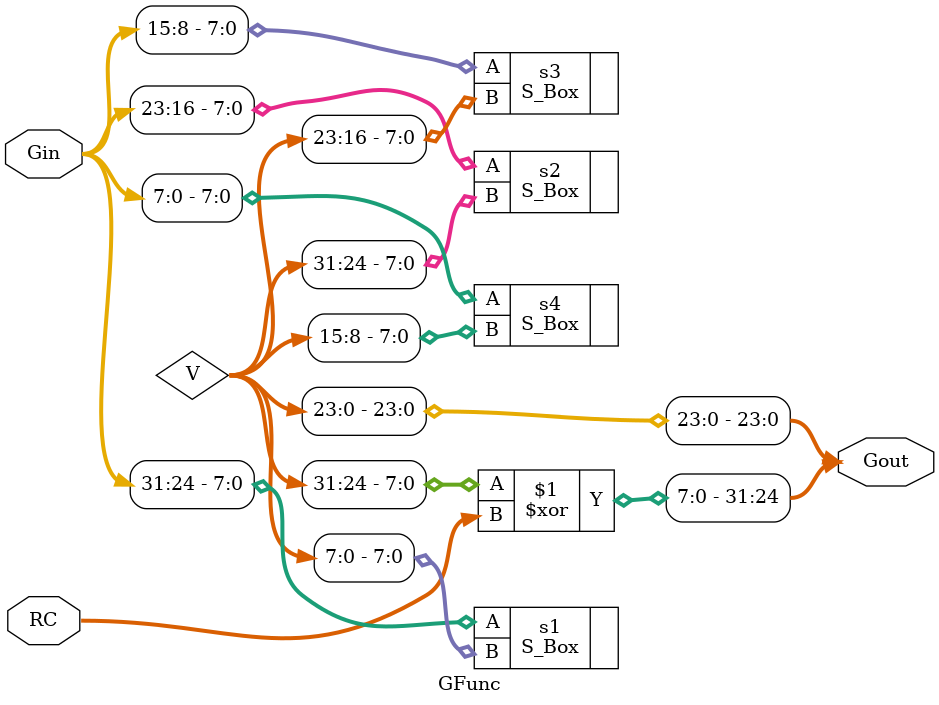
<source format=sv>
`timescale 1ns / 1ps


module GFunc(
input logic [31:0] Gin,
input logic [7:0] RC,
output logic [31:0] Gout
    );
    logic [31:0] V;
    S_Box s1(.A(Gin [31:24]), .B(V [7:0]));
    S_Box s2(.A(Gin [23:16]), .B(V [31:24]));
    S_Box s3(.A(Gin [15:8]), .B(V [23:16]));
    S_Box s4(.A(Gin [7:0]), .B(V [15:8]));
    assign Gout = {(V[31:24] ^ RC),V[23:0]};
endmodule
</source>
